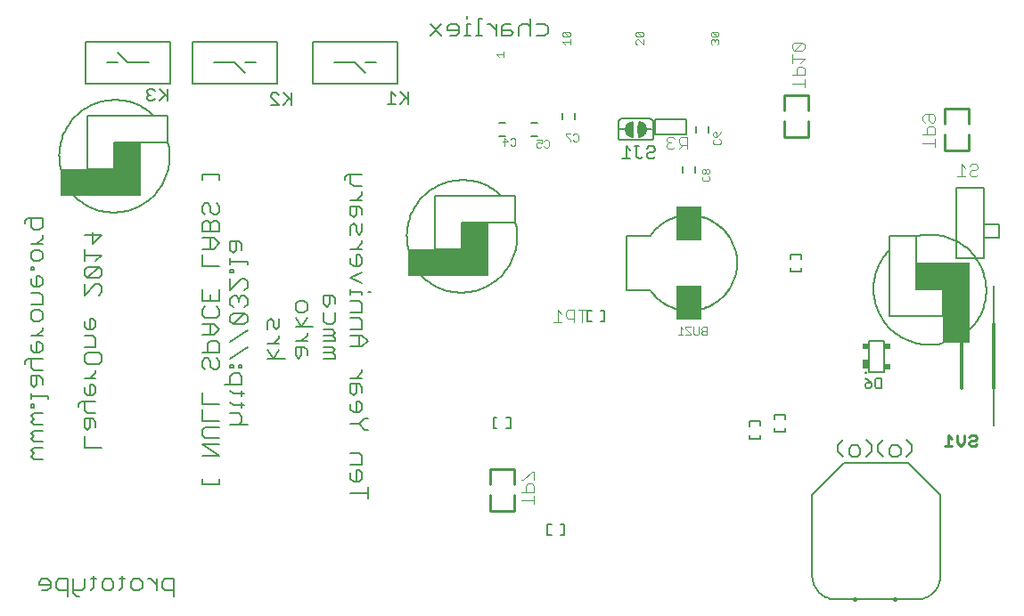
<source format=gbo>
G75*
%MOIN*%
%OFA0B0*%
%FSLAX24Y24*%
%IPPOS*%
%LPD*%
%AMOC8*
5,1,8,0,0,1.08239X$1,22.5*
%
%ADD10C,0.0060*%
%ADD11C,0.0160*%
%ADD12C,0.0050*%
%ADD13C,0.0040*%
%ADD14C,0.0100*%
%ADD15C,0.0118*%
%ADD16C,0.0090*%
%ADD17C,0.0030*%
%ADD18C,0.0020*%
%ADD19C,0.0080*%
%ADD20R,0.0945X0.1260*%
%ADD21R,0.1000X0.3000*%
%ADD22R,0.1000X0.1000*%
%ADD23R,0.0256X0.0189*%
%ADD24R,0.0256X0.0350*%
%ADD25R,0.3000X0.1000*%
D10*
X001283Y001051D02*
X001496Y001051D01*
X001603Y001158D01*
X001603Y001371D01*
X001496Y001478D01*
X001283Y001478D01*
X001176Y001371D01*
X001176Y001264D01*
X001603Y001264D01*
X001820Y001371D02*
X001820Y001158D01*
X001927Y001051D01*
X002247Y001051D01*
X002247Y000837D02*
X002247Y001478D01*
X001927Y001478D01*
X001820Y001371D01*
X002465Y001478D02*
X002465Y000944D01*
X002572Y000837D01*
X002679Y000837D01*
X002785Y001051D02*
X002465Y001051D01*
X002785Y001051D02*
X002892Y001158D01*
X002892Y001478D01*
X003108Y001478D02*
X003322Y001478D01*
X003215Y001585D02*
X003215Y001158D01*
X003108Y001051D01*
X003539Y001158D02*
X003539Y001371D01*
X003646Y001478D01*
X003860Y001478D01*
X003966Y001371D01*
X003966Y001158D01*
X003860Y001051D01*
X003646Y001051D01*
X003539Y001158D01*
X004182Y001051D02*
X004289Y001158D01*
X004289Y001585D01*
X004396Y001478D02*
X004182Y001478D01*
X004613Y001371D02*
X004720Y001478D01*
X004934Y001478D01*
X005041Y001371D01*
X005041Y001158D01*
X004934Y001051D01*
X004720Y001051D01*
X004613Y001158D01*
X004613Y001371D01*
X005257Y001478D02*
X005364Y001478D01*
X005578Y001264D01*
X005578Y001051D02*
X005578Y001478D01*
X005795Y001371D02*
X005795Y001158D01*
X005902Y001051D01*
X006222Y001051D01*
X006222Y000837D02*
X006222Y001478D01*
X005902Y001478D01*
X005795Y001371D01*
X007280Y005023D02*
X007921Y005023D01*
X007921Y005237D01*
X007280Y005237D02*
X007280Y005023D01*
X007280Y006097D02*
X007921Y006097D01*
X007280Y006525D01*
X007921Y006525D01*
X007921Y006742D02*
X007387Y006742D01*
X007280Y006849D01*
X007280Y007062D01*
X007387Y007169D01*
X007921Y007169D01*
X007921Y007387D02*
X007280Y007387D01*
X007280Y007814D01*
X007280Y008031D02*
X007280Y008458D01*
X007280Y008031D02*
X007921Y008031D01*
X008330Y008108D02*
X008437Y008001D01*
X008864Y008001D01*
X008757Y007894D02*
X008757Y008108D01*
X008757Y008324D02*
X008757Y008538D01*
X008864Y008431D02*
X008437Y008431D01*
X008330Y008538D01*
X008330Y008754D02*
X008330Y009074D01*
X008437Y009181D01*
X008650Y009181D01*
X008757Y009074D01*
X008757Y008754D01*
X008116Y008754D01*
X007814Y009320D02*
X007707Y009320D01*
X007600Y009427D01*
X007600Y009641D01*
X007494Y009747D01*
X007387Y009747D01*
X007280Y009641D01*
X007280Y009427D01*
X007387Y009320D01*
X007814Y009320D02*
X007921Y009427D01*
X007921Y009641D01*
X007814Y009747D01*
X007921Y009965D02*
X007921Y010285D01*
X007814Y010392D01*
X007600Y010392D01*
X007494Y010285D01*
X007494Y009965D01*
X007280Y009965D02*
X007921Y009965D01*
X008330Y009721D02*
X008971Y010148D01*
X008971Y010792D02*
X008330Y010365D01*
X007921Y010823D02*
X007707Y010609D01*
X007280Y010609D01*
X007600Y010609D02*
X007600Y011036D01*
X007707Y011036D02*
X007921Y010823D01*
X007707Y011036D02*
X007280Y011036D01*
X007387Y011254D02*
X007280Y011361D01*
X007280Y011574D01*
X007387Y011681D01*
X007280Y011898D02*
X007280Y012325D01*
X007600Y012112D02*
X007600Y011898D01*
X007814Y011681D02*
X007921Y011574D01*
X007921Y011361D01*
X007814Y011254D01*
X007387Y011254D01*
X008330Y011330D02*
X008330Y011117D01*
X008437Y011010D01*
X008864Y011437D01*
X008437Y011437D01*
X008330Y011330D01*
X008437Y011654D02*
X008330Y011761D01*
X008330Y011975D01*
X008437Y012081D01*
X008544Y012081D01*
X008650Y011975D01*
X008650Y011868D01*
X008650Y011975D02*
X008757Y012081D01*
X008864Y012081D01*
X008971Y011975D01*
X008971Y011761D01*
X008864Y011654D01*
X008864Y011437D02*
X008971Y011330D01*
X008971Y011117D01*
X008864Y011010D01*
X008437Y011010D01*
X007921Y011898D02*
X007280Y011898D01*
X007921Y011898D02*
X007921Y012325D01*
X008330Y012299D02*
X008757Y012726D01*
X008864Y012726D01*
X008971Y012619D01*
X008971Y012406D01*
X008864Y012299D01*
X008330Y012299D02*
X008330Y012726D01*
X008330Y012943D02*
X008330Y013050D01*
X008437Y013050D01*
X008437Y012943D01*
X008330Y012943D01*
X008330Y013266D02*
X008330Y013479D01*
X008330Y013372D02*
X008971Y013372D01*
X008971Y013266D01*
X008757Y013802D02*
X008757Y014016D01*
X008650Y014122D01*
X008330Y014122D01*
X008330Y013802D01*
X008437Y013695D01*
X008544Y013802D01*
X008544Y014122D01*
X007921Y014046D02*
X007707Y013832D01*
X007280Y013832D01*
X007280Y013615D02*
X007280Y013188D01*
X007921Y013188D01*
X007600Y013832D02*
X007600Y014259D01*
X007707Y014259D02*
X007921Y014046D01*
X007707Y014259D02*
X007280Y014259D01*
X007280Y014477D02*
X007280Y014797D01*
X007387Y014904D01*
X007494Y014904D01*
X007600Y014797D01*
X007600Y014477D01*
X007280Y014477D02*
X007921Y014477D01*
X007921Y014797D01*
X007814Y014904D01*
X007707Y014904D01*
X007600Y014797D01*
X007707Y015121D02*
X007600Y015228D01*
X007600Y015441D01*
X007494Y015548D01*
X007387Y015548D01*
X007280Y015441D01*
X007280Y015228D01*
X007387Y015121D01*
X007707Y015121D02*
X007814Y015121D01*
X007921Y015228D01*
X007921Y015441D01*
X007814Y015548D01*
X007921Y016410D02*
X007921Y016624D01*
X007280Y016624D01*
X007280Y016410D01*
X003512Y014356D02*
X003191Y014035D01*
X003191Y014462D01*
X002871Y014356D02*
X003512Y014356D01*
X003512Y013604D02*
X002871Y013604D01*
X002871Y013391D02*
X002871Y013818D01*
X003298Y013391D02*
X003512Y013604D01*
X003405Y013173D02*
X002978Y013173D01*
X002871Y013067D01*
X002871Y012853D01*
X002978Y012746D01*
X003405Y013173D01*
X003512Y013067D01*
X003512Y012853D01*
X003405Y012746D01*
X002978Y012746D01*
X002871Y012529D02*
X002871Y012102D01*
X003298Y012529D01*
X003405Y012529D01*
X003512Y012422D01*
X003512Y012209D01*
X003405Y012102D01*
X003191Y011240D02*
X003085Y011240D01*
X003085Y010813D01*
X003191Y010813D02*
X003298Y010919D01*
X003298Y011133D01*
X003191Y011240D01*
X002871Y011133D02*
X002871Y010919D01*
X002978Y010813D01*
X003191Y010813D01*
X003191Y010595D02*
X002871Y010595D01*
X003191Y010595D02*
X003298Y010488D01*
X003298Y010168D01*
X002871Y010168D01*
X002978Y009951D02*
X003405Y009951D01*
X003512Y009844D01*
X003512Y009630D01*
X003405Y009524D01*
X002978Y009524D01*
X002871Y009630D01*
X002871Y009844D01*
X002978Y009951D01*
X003298Y009307D02*
X003298Y009200D01*
X003085Y008986D01*
X003298Y008986D02*
X002871Y008986D01*
X003085Y008769D02*
X003085Y008342D01*
X003191Y008342D02*
X003298Y008449D01*
X003298Y008662D01*
X003191Y008769D01*
X003085Y008769D01*
X002871Y008662D02*
X002871Y008449D01*
X002978Y008342D01*
X003191Y008342D01*
X003298Y008124D02*
X002764Y008124D01*
X002658Y008018D01*
X002658Y007911D01*
X002871Y007804D02*
X002978Y007697D01*
X003298Y007697D01*
X003191Y007480D02*
X002871Y007480D01*
X002871Y007160D01*
X002978Y007053D01*
X003085Y007160D01*
X003085Y007480D01*
X003191Y007480D02*
X003298Y007373D01*
X003298Y007160D01*
X002871Y006835D02*
X002871Y006408D01*
X003512Y006408D01*
X002871Y007804D02*
X002871Y008124D01*
X001516Y008224D02*
X001516Y008331D01*
X000875Y008331D01*
X000875Y008224D02*
X000875Y008438D01*
X000982Y008654D02*
X001089Y008761D01*
X001089Y009081D01*
X001196Y009081D02*
X000875Y009081D01*
X000875Y008761D01*
X000982Y008654D01*
X001303Y008761D02*
X001303Y008974D01*
X001196Y009081D01*
X001303Y009298D02*
X000982Y009298D01*
X000875Y009405D01*
X000875Y009725D01*
X000769Y009725D02*
X000662Y009619D01*
X000662Y009512D01*
X000769Y009725D02*
X001303Y009725D01*
X001196Y009943D02*
X000982Y009943D01*
X000875Y010050D01*
X000875Y010263D01*
X001089Y010370D02*
X001089Y009943D01*
X001196Y009943D02*
X001303Y010050D01*
X001303Y010263D01*
X001196Y010370D01*
X001089Y010370D01*
X001089Y010587D02*
X001303Y010801D01*
X001303Y010908D01*
X001196Y011125D02*
X000982Y011125D01*
X000875Y011231D01*
X000875Y011445D01*
X000982Y011552D01*
X001196Y011552D01*
X001303Y011445D01*
X001303Y011231D01*
X001196Y011125D01*
X001303Y010587D02*
X000875Y010587D01*
X000875Y011769D02*
X001303Y011769D01*
X001303Y012089D01*
X001196Y012196D01*
X000875Y012196D01*
X000982Y012414D02*
X001196Y012414D01*
X001303Y012520D01*
X001303Y012734D01*
X001196Y012841D01*
X001089Y012841D01*
X001089Y012414D01*
X000982Y012414D02*
X000875Y012520D01*
X000875Y012734D01*
X000875Y013058D02*
X000875Y013165D01*
X000982Y013165D01*
X000982Y013058D01*
X000875Y013058D01*
X000982Y013380D02*
X000875Y013487D01*
X000875Y013701D01*
X000982Y013808D01*
X001196Y013808D01*
X001303Y013701D01*
X001303Y013487D01*
X001196Y013380D01*
X000982Y013380D01*
X000875Y014025D02*
X001303Y014025D01*
X001303Y014239D02*
X001303Y014345D01*
X001303Y014239D02*
X001089Y014025D01*
X001196Y014562D02*
X000982Y014562D01*
X000875Y014669D01*
X000875Y014989D01*
X000769Y014989D02*
X001303Y014989D01*
X001303Y014669D01*
X001196Y014562D01*
X000662Y014776D02*
X000662Y014882D01*
X000769Y014989D01*
X008330Y009505D02*
X008330Y009398D01*
X008437Y009398D01*
X008437Y009505D01*
X008330Y009505D01*
X008650Y009505D02*
X008650Y009398D01*
X008757Y009398D01*
X008757Y009505D01*
X008650Y009505D01*
X009731Y009740D02*
X010372Y009740D01*
X010158Y010060D02*
X009945Y009740D01*
X009731Y010060D01*
X009731Y010277D02*
X010158Y010277D01*
X009945Y010277D02*
X010158Y010491D01*
X010158Y010597D01*
X010051Y010814D02*
X009945Y010921D01*
X009945Y011134D01*
X009838Y011241D01*
X009731Y011134D01*
X009731Y010814D01*
X010051Y010814D02*
X010158Y010921D01*
X010158Y011241D01*
X010781Y011242D02*
X010995Y010922D01*
X011208Y011242D01*
X011101Y011459D02*
X010888Y011459D01*
X010781Y011565D01*
X010781Y011779D01*
X010888Y011886D01*
X011101Y011886D01*
X011208Y011779D01*
X011208Y011565D01*
X011101Y011459D01*
X010781Y010922D02*
X011422Y010922D01*
X011208Y010705D02*
X011208Y010598D01*
X010995Y010384D01*
X011208Y010384D02*
X010781Y010384D01*
X010781Y010167D02*
X010781Y009847D01*
X010888Y009740D01*
X010995Y009847D01*
X010995Y010167D01*
X011101Y010167D02*
X010781Y010167D01*
X011101Y010167D02*
X011208Y010060D01*
X011208Y009847D01*
X011831Y009953D02*
X012151Y009953D01*
X012258Y010060D01*
X012151Y010167D01*
X011831Y010167D01*
X011831Y010384D02*
X012258Y010384D01*
X012258Y010491D01*
X012151Y010598D01*
X012258Y010705D01*
X012151Y010811D01*
X011831Y010811D01*
X011831Y010598D02*
X012151Y010598D01*
X012151Y011029D02*
X011938Y011029D01*
X011831Y011136D01*
X011831Y011456D01*
X011938Y011674D02*
X012045Y011780D01*
X012045Y012101D01*
X012151Y012101D02*
X011831Y012101D01*
X011831Y011780D01*
X011938Y011674D01*
X012258Y011780D02*
X012258Y011994D01*
X012151Y012101D01*
X012830Y012113D02*
X012830Y012327D01*
X012830Y012220D02*
X013257Y012220D01*
X013257Y012113D01*
X013471Y012220D02*
X013577Y012220D01*
X013257Y012543D02*
X012830Y012756D01*
X013257Y012970D01*
X013150Y013188D02*
X012937Y013188D01*
X012830Y013294D01*
X012830Y013508D01*
X013044Y013615D02*
X013044Y013188D01*
X013150Y013188D02*
X013257Y013294D01*
X013257Y013508D01*
X013150Y013615D01*
X013044Y013615D01*
X013044Y013832D02*
X013257Y014046D01*
X013257Y014152D01*
X013150Y014369D02*
X013044Y014476D01*
X013044Y014689D01*
X012937Y014796D01*
X012830Y014689D01*
X012830Y014369D01*
X013150Y014369D02*
X013257Y014476D01*
X013257Y014796D01*
X013257Y015121D02*
X013257Y015334D01*
X013150Y015441D01*
X012830Y015441D01*
X012830Y015121D01*
X012937Y015014D01*
X013044Y015121D01*
X013044Y015441D01*
X013044Y015658D02*
X013257Y015872D01*
X013257Y015979D01*
X013257Y016195D02*
X012937Y016195D01*
X012830Y016302D01*
X012830Y016622D01*
X012723Y016622D02*
X012616Y016516D01*
X012616Y016409D01*
X012723Y016622D02*
X013257Y016622D01*
X013257Y015658D02*
X012830Y015658D01*
X012830Y013832D02*
X013257Y013832D01*
X013150Y011896D02*
X012830Y011896D01*
X013150Y011896D02*
X013257Y011789D01*
X013257Y011469D01*
X012830Y011469D01*
X012830Y011251D02*
X013150Y011251D01*
X013257Y011144D01*
X013257Y010824D01*
X012830Y010824D01*
X012830Y010607D02*
X013257Y010607D01*
X013471Y010393D01*
X013257Y010180D01*
X012830Y010180D01*
X013150Y010180D02*
X013150Y010607D01*
X012258Y011136D02*
X012258Y011456D01*
X012258Y011136D02*
X012151Y011029D01*
X012151Y009953D02*
X012258Y009847D01*
X012258Y009740D01*
X011831Y009740D01*
X012830Y008998D02*
X013257Y008998D01*
X013257Y009211D02*
X013257Y009318D01*
X013257Y009211D02*
X013044Y008998D01*
X013044Y008780D02*
X013044Y008460D01*
X012937Y008353D01*
X012830Y008460D01*
X012830Y008780D01*
X013150Y008780D01*
X013257Y008674D01*
X013257Y008460D01*
X013150Y008136D02*
X013044Y008136D01*
X013044Y007709D01*
X013150Y007709D02*
X012937Y007709D01*
X012830Y007816D01*
X012830Y008029D01*
X013150Y008136D02*
X013257Y008029D01*
X013257Y007816D01*
X013150Y007709D01*
X013364Y007491D02*
X013471Y007491D01*
X013364Y007491D02*
X013150Y007278D01*
X012830Y007278D01*
X013150Y007278D02*
X013364Y007064D01*
X013471Y007064D01*
X013150Y006202D02*
X012830Y006202D01*
X013150Y006202D02*
X013257Y006095D01*
X013257Y005775D01*
X012830Y005775D01*
X013044Y005558D02*
X013044Y005131D01*
X013150Y005131D02*
X012937Y005131D01*
X012830Y005237D01*
X012830Y005451D01*
X013044Y005558D02*
X013150Y005558D01*
X013257Y005451D01*
X013257Y005237D01*
X013150Y005131D01*
X013471Y004913D02*
X013471Y004486D01*
X013471Y004700D02*
X012830Y004700D01*
X008971Y007250D02*
X008330Y007250D01*
X008650Y007250D02*
X008757Y007357D01*
X008757Y007570D01*
X008650Y007677D01*
X008330Y007677D01*
X001303Y007684D02*
X000982Y007684D01*
X000875Y007578D01*
X000982Y007471D01*
X000875Y007364D01*
X000982Y007257D01*
X001303Y007257D01*
X001303Y007040D02*
X000982Y007040D01*
X000875Y006933D01*
X000982Y006826D01*
X000875Y006719D01*
X000982Y006613D01*
X001303Y006613D01*
X001303Y006395D02*
X000982Y006395D01*
X000875Y006288D01*
X000982Y006182D01*
X000875Y006075D01*
X000982Y005968D01*
X001303Y005968D01*
X000982Y007902D02*
X000982Y008009D01*
X000875Y008009D01*
X000875Y007902D01*
X000982Y007902D01*
X018382Y018074D02*
X018618Y018074D01*
X018618Y018546D02*
X018382Y018546D01*
X019582Y018546D02*
X019818Y018546D01*
X019818Y018074D02*
X019582Y018074D01*
X020764Y018692D02*
X020764Y018928D01*
X021236Y018928D02*
X021236Y018692D01*
X022850Y018610D02*
X022850Y018010D01*
X022852Y017993D01*
X022856Y017976D01*
X022863Y017960D01*
X022873Y017946D01*
X022886Y017933D01*
X022900Y017923D01*
X022916Y017916D01*
X022933Y017912D01*
X022950Y017910D01*
X024050Y017910D01*
X024067Y017912D01*
X024084Y017916D01*
X024100Y017923D01*
X024114Y017933D01*
X024127Y017946D01*
X024137Y017960D01*
X024144Y017976D01*
X024148Y017993D01*
X024150Y018010D01*
X024150Y018610D01*
X024148Y018627D01*
X024144Y018644D01*
X024137Y018660D01*
X024127Y018674D01*
X024114Y018687D01*
X024100Y018697D01*
X024084Y018704D01*
X024067Y018708D01*
X024050Y018710D01*
X022950Y018710D01*
X022933Y018708D01*
X022916Y018704D01*
X022900Y018697D01*
X022886Y018687D01*
X022873Y018674D01*
X022863Y018660D01*
X022856Y018644D01*
X022852Y018627D01*
X022850Y018610D01*
X022900Y018310D02*
X023100Y018310D01*
X023900Y018310D02*
X024100Y018310D01*
X025764Y018428D02*
X025764Y018192D01*
X026236Y018192D02*
X026236Y018428D01*
X025736Y016928D02*
X025736Y016692D01*
X025264Y016692D02*
X025264Y016928D01*
X024043Y014334D02*
X023138Y014334D01*
X023138Y012286D01*
X024043Y012286D01*
X023138Y012286D01*
X023138Y014334D01*
X024043Y014334D01*
X024044Y014334D02*
X024090Y014399D01*
X024139Y014461D01*
X024191Y014521D01*
X024246Y014579D01*
X024303Y014634D01*
X024362Y014687D01*
X024424Y014737D01*
X024488Y014784D01*
X024554Y014828D01*
X024622Y014870D01*
X024691Y014908D01*
X024763Y014943D01*
X024836Y014975D01*
X024910Y015003D01*
X024043Y012286D02*
X024094Y012217D01*
X024148Y012151D01*
X024205Y012087D01*
X024265Y012026D01*
X024327Y011968D01*
X024392Y011913D01*
X024460Y011860D01*
X024530Y011811D01*
X024602Y011766D01*
X024676Y011723D01*
X024752Y011684D01*
X024830Y011649D01*
X024909Y011617D01*
X024043Y012286D02*
X024092Y012219D01*
X024145Y012154D01*
X024201Y012091D01*
X024259Y012032D01*
X024320Y011975D01*
X024384Y011921D01*
X024451Y011870D01*
X024519Y011822D01*
X024590Y011777D01*
X024663Y011736D01*
X024738Y011698D01*
X024814Y011664D01*
X024892Y011634D01*
X024971Y011607D01*
X025051Y011584D01*
X025133Y011564D01*
X025215Y011549D01*
X025298Y011537D01*
X025381Y011529D01*
X025465Y011525D01*
X025548Y011526D01*
X025632Y011530D01*
X025715Y011537D01*
X025798Y011549D01*
X025880Y011565D01*
X025961Y011584D01*
X026042Y011608D01*
X026121Y011635D01*
X026199Y011665D01*
X026275Y011700D01*
X026350Y011737D01*
X026422Y011779D01*
X026493Y011823D01*
X026562Y011871D01*
X026628Y011922D01*
X026692Y011977D01*
X026753Y012034D01*
X026811Y012093D01*
X026867Y012156D01*
X026919Y012221D01*
X026969Y012289D01*
X027015Y012358D01*
X027058Y012430D01*
X027098Y012504D01*
X027134Y012579D01*
X027166Y012656D01*
X027195Y012735D01*
X027220Y012815D01*
X027241Y012896D01*
X027259Y012977D01*
X027272Y013060D01*
X027282Y013143D01*
X027288Y013226D01*
X027290Y013310D01*
X027288Y013394D01*
X027282Y013477D01*
X027272Y013560D01*
X027259Y013643D01*
X027241Y013724D01*
X027220Y013805D01*
X027195Y013885D01*
X027166Y013964D01*
X027134Y014041D01*
X027098Y014116D01*
X027058Y014190D01*
X027015Y014262D01*
X026969Y014331D01*
X026919Y014399D01*
X026867Y014464D01*
X026811Y014527D01*
X026753Y014586D01*
X026692Y014643D01*
X026628Y014698D01*
X026562Y014749D01*
X026493Y014797D01*
X026422Y014841D01*
X026350Y014883D01*
X026275Y014920D01*
X026199Y014955D01*
X026121Y014985D01*
X026042Y015012D01*
X025961Y015036D01*
X025880Y015055D01*
X025798Y015071D01*
X025715Y015083D01*
X025632Y015090D01*
X025548Y015094D01*
X025465Y015095D01*
X025381Y015091D01*
X025298Y015083D01*
X025215Y015071D01*
X025133Y015056D01*
X025051Y015036D01*
X024971Y015013D01*
X024892Y014986D01*
X024814Y014956D01*
X024738Y014922D01*
X024663Y014884D01*
X024590Y014843D01*
X024519Y014798D01*
X024451Y014750D01*
X024384Y014699D01*
X024320Y014645D01*
X024259Y014588D01*
X024201Y014529D01*
X024145Y014466D01*
X024092Y014401D01*
X024043Y014334D01*
X026051Y015003D02*
X026129Y014976D01*
X026207Y014945D01*
X026283Y014911D01*
X026357Y014874D01*
X026429Y014833D01*
X026500Y014788D01*
X026568Y014741D01*
X026634Y014690D01*
X026697Y014636D01*
X026758Y014579D01*
X026816Y014520D01*
X026871Y014458D01*
X026923Y014393D01*
X026973Y014326D01*
X027019Y014256D01*
X027061Y014185D01*
X027101Y014112D01*
X027136Y014037D01*
X027169Y013960D01*
X027197Y013882D01*
X027222Y013803D01*
X027243Y013722D01*
X027261Y013641D01*
X027274Y013559D01*
X027284Y013476D01*
X027290Y013393D01*
X027292Y013310D01*
X027290Y013227D01*
X027284Y013144D01*
X027274Y013061D01*
X027261Y012979D01*
X027243Y012898D01*
X027222Y012817D01*
X027197Y012738D01*
X027169Y012660D01*
X027136Y012583D01*
X027101Y012508D01*
X027061Y012435D01*
X027019Y012364D01*
X026973Y012294D01*
X026923Y012227D01*
X026871Y012162D01*
X026816Y012100D01*
X026758Y012041D01*
X026697Y011984D01*
X026634Y011930D01*
X026568Y011879D01*
X026500Y011832D01*
X026429Y011787D01*
X026357Y011746D01*
X026283Y011709D01*
X026207Y011675D01*
X026129Y011644D01*
X026051Y011617D01*
X031044Y006478D02*
X031258Y006692D01*
X031044Y006478D02*
X031044Y006265D01*
X031258Y006051D01*
X031475Y006158D02*
X031475Y006371D01*
X031582Y006478D01*
X031796Y006478D01*
X031902Y006371D01*
X031902Y006158D01*
X031796Y006051D01*
X031582Y006051D01*
X031475Y006158D01*
X032119Y006051D02*
X032332Y006265D01*
X032332Y006478D01*
X032119Y006692D01*
X032548Y006478D02*
X032762Y006692D01*
X032548Y006478D02*
X032548Y006265D01*
X032762Y006051D01*
X032979Y006158D02*
X032979Y006371D01*
X033086Y006478D01*
X033300Y006478D01*
X033406Y006371D01*
X033406Y006158D01*
X033300Y006051D01*
X033086Y006051D01*
X032979Y006158D01*
X033622Y006051D02*
X033836Y006265D01*
X033836Y006478D01*
X033622Y006692D01*
X020101Y021824D02*
X019781Y021824D01*
X019563Y021824D02*
X019563Y022465D01*
X019457Y022252D02*
X019243Y022252D01*
X019136Y022145D01*
X019136Y021824D01*
X018919Y021931D02*
X018812Y022038D01*
X018492Y022038D01*
X018492Y022145D02*
X018492Y021824D01*
X018812Y021824D01*
X018919Y021931D01*
X018812Y022252D02*
X018598Y022252D01*
X018492Y022145D01*
X018274Y022252D02*
X018274Y021824D01*
X018274Y022038D02*
X018061Y022252D01*
X017954Y022252D01*
X017737Y022465D02*
X017630Y022465D01*
X017630Y021824D01*
X017524Y021824D02*
X017737Y021824D01*
X017307Y021824D02*
X017094Y021824D01*
X017201Y021824D02*
X017201Y022252D01*
X017307Y022252D01*
X017201Y022465D02*
X017201Y022572D01*
X016878Y022145D02*
X016771Y022252D01*
X016557Y022252D01*
X016451Y022145D01*
X016451Y022038D01*
X016878Y022038D01*
X016878Y021931D02*
X016878Y022145D01*
X016878Y021931D02*
X016771Y021824D01*
X016557Y021824D01*
X016233Y021824D02*
X015806Y022252D01*
X016233Y022252D02*
X015806Y021824D01*
X019457Y022252D02*
X019563Y022145D01*
X019781Y022252D02*
X020101Y022252D01*
X020208Y022145D01*
X020208Y021931D01*
X020101Y021824D01*
D11*
X031685Y000728D02*
X031685Y000721D01*
X033185Y000721D02*
X033185Y000728D01*
D12*
X034000Y000710D02*
X031000Y000710D01*
X030941Y000712D01*
X030883Y000718D01*
X030824Y000727D01*
X030767Y000741D01*
X030711Y000758D01*
X030656Y000779D01*
X030602Y000803D01*
X030550Y000831D01*
X030500Y000862D01*
X030452Y000896D01*
X030407Y000933D01*
X030364Y000974D01*
X030323Y001017D01*
X030286Y001062D01*
X030252Y001110D01*
X030221Y001160D01*
X030193Y001212D01*
X030169Y001266D01*
X030148Y001321D01*
X030131Y001377D01*
X030117Y001434D01*
X030108Y001493D01*
X030102Y001551D01*
X030100Y001610D01*
X030100Y004610D01*
X031300Y005810D01*
X033700Y005810D01*
X034900Y004610D01*
X034900Y001610D01*
X034898Y001551D01*
X034892Y001493D01*
X034883Y001434D01*
X034869Y001377D01*
X034852Y001321D01*
X034831Y001266D01*
X034807Y001212D01*
X034779Y001160D01*
X034748Y001110D01*
X034714Y001062D01*
X034677Y001017D01*
X034636Y000974D01*
X034593Y000933D01*
X034548Y000896D01*
X034500Y000862D01*
X034450Y000831D01*
X034398Y000803D01*
X034344Y000779D01*
X034289Y000758D01*
X034233Y000741D01*
X034176Y000727D01*
X034117Y000718D01*
X034059Y000712D01*
X034000Y000710D01*
X028150Y006731D02*
X027750Y006731D01*
X027750Y006860D01*
X027750Y007206D02*
X027750Y007381D01*
X028150Y007381D01*
X028150Y007215D01*
X028150Y006860D02*
X028150Y006731D01*
X028700Y006981D02*
X029100Y006981D01*
X029100Y007110D01*
X029100Y007465D02*
X029100Y007631D01*
X028700Y007631D01*
X028700Y007456D01*
X028700Y007110D02*
X028700Y006981D01*
X032073Y008693D02*
X032132Y008635D01*
X032248Y008635D01*
X032307Y008693D01*
X032307Y008810D01*
X032132Y008810D01*
X032073Y008752D01*
X032073Y008693D01*
X032190Y008927D02*
X032307Y008810D01*
X032190Y008927D02*
X032073Y008985D01*
X032086Y009219D02*
X032088Y009227D01*
X032093Y009234D01*
X032100Y009238D01*
X032108Y009239D01*
X032116Y009236D01*
X032122Y009231D01*
X032126Y009223D01*
X032126Y009215D01*
X032122Y009207D01*
X032116Y009202D01*
X032108Y009199D01*
X032100Y009200D01*
X032093Y009204D01*
X032088Y009211D01*
X032086Y009219D01*
X032224Y009219D02*
X032776Y009219D01*
X032776Y009259D01*
X032776Y009219D02*
X032224Y009219D01*
X032224Y009259D01*
X032224Y009219D02*
X032224Y010401D01*
X032224Y010361D01*
X032224Y010401D02*
X032776Y010401D01*
X032776Y010361D01*
X032776Y010401D02*
X032224Y010401D01*
X032224Y010007D02*
X032224Y009771D01*
X032776Y009613D02*
X032776Y010007D01*
X032776Y010401D02*
X032776Y009219D01*
X032675Y008985D02*
X032500Y008985D01*
X032441Y008927D01*
X032441Y008693D01*
X032500Y008635D01*
X032675Y008635D01*
X032675Y008985D01*
X036882Y008637D02*
X036882Y007219D01*
X036882Y011038D02*
X036882Y012456D01*
X036512Y013491D02*
X035488Y013491D01*
X035488Y016129D01*
X036512Y016129D01*
X036512Y014771D01*
X037102Y014771D01*
X037102Y014259D01*
X036512Y014259D01*
X036512Y013491D01*
X036512Y014259D02*
X036512Y014771D01*
X029700Y013631D02*
X029700Y013465D01*
X029700Y013631D02*
X029300Y013631D01*
X029300Y013456D01*
X029300Y013110D02*
X029300Y012981D01*
X029700Y012981D01*
X029700Y013110D01*
X024217Y017304D02*
X024142Y017229D01*
X023992Y017229D01*
X023917Y017304D01*
X023917Y017379D01*
X023992Y017454D01*
X024142Y017454D01*
X024217Y017529D01*
X024217Y017604D01*
X024142Y017679D01*
X023992Y017679D01*
X023917Y017604D01*
X023606Y017679D02*
X023456Y017679D01*
X023531Y017679D02*
X023531Y017304D01*
X023606Y017229D01*
X023682Y017229D01*
X023757Y017304D01*
X023296Y017229D02*
X022996Y017229D01*
X023146Y017229D02*
X023146Y017679D01*
X023296Y017529D01*
X023376Y018583D02*
X023399Y018310D01*
X023399Y018310D01*
X023376Y018037D01*
X023375Y018036D01*
X023343Y018041D01*
X023311Y018050D01*
X023281Y018062D01*
X023253Y018078D01*
X023226Y018097D01*
X023202Y018119D01*
X023181Y018143D01*
X023163Y018170D01*
X023148Y018199D01*
X023137Y018230D01*
X023129Y018261D01*
X023125Y018294D01*
X023125Y018326D01*
X023129Y018359D01*
X023137Y018390D01*
X023148Y018421D01*
X023163Y018450D01*
X023181Y018477D01*
X023202Y018501D01*
X023226Y018523D01*
X023253Y018542D01*
X023281Y018558D01*
X023311Y018570D01*
X023343Y018579D01*
X023375Y018584D01*
X023375Y018537D01*
X023347Y018532D01*
X023319Y018523D01*
X023293Y018511D01*
X023268Y018496D01*
X023245Y018478D01*
X023225Y018457D01*
X023208Y018433D01*
X023194Y018408D01*
X023183Y018381D01*
X023176Y018353D01*
X023172Y018324D01*
X023172Y018296D01*
X023176Y018267D01*
X023183Y018239D01*
X023194Y018212D01*
X023208Y018187D01*
X023225Y018163D01*
X023245Y018142D01*
X023268Y018124D01*
X023293Y018109D01*
X023319Y018097D01*
X023347Y018088D01*
X023375Y018083D01*
X023375Y018131D01*
X023350Y018136D01*
X023325Y018145D01*
X023303Y018157D01*
X023282Y018173D01*
X023263Y018191D01*
X023248Y018212D01*
X023235Y018235D01*
X023226Y018259D01*
X023221Y018284D01*
X023219Y018310D01*
X023221Y018336D01*
X023226Y018361D01*
X023235Y018385D01*
X023248Y018408D01*
X023263Y018429D01*
X023282Y018447D01*
X023303Y018463D01*
X023325Y018475D01*
X023350Y018484D01*
X023375Y018489D01*
X023375Y018442D01*
X023354Y018436D01*
X023334Y018427D01*
X023316Y018415D01*
X023300Y018400D01*
X023287Y018382D01*
X023277Y018363D01*
X023270Y018342D01*
X023266Y018321D01*
X023266Y018299D01*
X023270Y018278D01*
X023277Y018257D01*
X023287Y018238D01*
X023300Y018220D01*
X023316Y018205D01*
X023334Y018193D01*
X023354Y018184D01*
X023375Y018178D01*
X023375Y018227D01*
X023359Y018233D01*
X023345Y018242D01*
X023333Y018255D01*
X023323Y018269D01*
X023317Y018285D01*
X023313Y018301D01*
X023313Y018319D01*
X023317Y018335D01*
X023323Y018351D01*
X023333Y018365D01*
X023345Y018378D01*
X023359Y018387D01*
X023375Y018393D01*
X023377Y018342D01*
X023369Y018335D01*
X023363Y018326D01*
X023360Y018315D01*
X023360Y018305D01*
X023363Y018294D01*
X023369Y018285D01*
X023377Y018278D01*
X023624Y018037D02*
X023601Y018310D01*
X023601Y018310D01*
X023624Y018583D01*
X023625Y018584D01*
X023657Y018579D01*
X023689Y018570D01*
X023719Y018558D01*
X023747Y018542D01*
X023774Y018523D01*
X023798Y018501D01*
X023819Y018477D01*
X023837Y018450D01*
X023852Y018421D01*
X023863Y018390D01*
X023871Y018359D01*
X023875Y018326D01*
X023875Y018294D01*
X023871Y018261D01*
X023863Y018230D01*
X023852Y018199D01*
X023837Y018170D01*
X023819Y018143D01*
X023798Y018119D01*
X023774Y018097D01*
X023747Y018078D01*
X023719Y018062D01*
X023689Y018050D01*
X023657Y018041D01*
X023625Y018036D01*
X023625Y018083D01*
X023653Y018088D01*
X023681Y018097D01*
X023707Y018109D01*
X023732Y018124D01*
X023755Y018142D01*
X023775Y018163D01*
X023792Y018187D01*
X023806Y018212D01*
X023817Y018239D01*
X023824Y018267D01*
X023828Y018296D01*
X023828Y018324D01*
X023824Y018353D01*
X023817Y018381D01*
X023806Y018408D01*
X023792Y018433D01*
X023775Y018457D01*
X023755Y018478D01*
X023732Y018496D01*
X023707Y018511D01*
X023681Y018523D01*
X023653Y018532D01*
X023625Y018537D01*
X023625Y018489D01*
X023650Y018484D01*
X023675Y018475D01*
X023697Y018463D01*
X023718Y018447D01*
X023737Y018429D01*
X023752Y018408D01*
X023765Y018385D01*
X023774Y018361D01*
X023779Y018336D01*
X023781Y018310D01*
X023779Y018284D01*
X023774Y018259D01*
X023765Y018235D01*
X023752Y018212D01*
X023737Y018191D01*
X023718Y018173D01*
X023697Y018157D01*
X023675Y018145D01*
X023650Y018136D01*
X023625Y018131D01*
X023625Y018178D01*
X023646Y018184D01*
X023666Y018193D01*
X023684Y018205D01*
X023700Y018220D01*
X023713Y018238D01*
X023723Y018257D01*
X023730Y018278D01*
X023734Y018299D01*
X023734Y018321D01*
X023730Y018342D01*
X023723Y018363D01*
X023713Y018382D01*
X023700Y018400D01*
X023684Y018415D01*
X023666Y018427D01*
X023646Y018436D01*
X023625Y018442D01*
X023625Y018393D01*
X023641Y018387D01*
X023655Y018378D01*
X023667Y018365D01*
X023677Y018351D01*
X023683Y018335D01*
X023687Y018319D01*
X023687Y018301D01*
X023683Y018285D01*
X023677Y018269D01*
X023667Y018255D01*
X023655Y018242D01*
X023641Y018233D01*
X023625Y018227D01*
X023623Y018278D01*
X023631Y018285D01*
X023637Y018294D01*
X023640Y018305D01*
X023640Y018315D01*
X023637Y018326D01*
X023631Y018335D01*
X023623Y018342D01*
X014976Y019267D02*
X014976Y019717D01*
X014901Y019492D02*
X014676Y019267D01*
X014516Y019267D02*
X014215Y019267D01*
X014366Y019267D02*
X014366Y019717D01*
X014516Y019567D01*
X014676Y019717D02*
X014976Y019417D01*
X014575Y020023D02*
X011425Y020023D01*
X011425Y021597D01*
X014575Y021597D01*
X014575Y020023D01*
X013787Y020810D02*
X013394Y020810D01*
X013000Y020810D02*
X013394Y020416D01*
X013000Y020810D02*
X012213Y020810D01*
X010603Y019680D02*
X010603Y019230D01*
X010603Y019380D02*
X010303Y019680D01*
X010143Y019605D02*
X010068Y019680D01*
X009918Y019680D01*
X009843Y019605D01*
X009843Y019530D01*
X010143Y019230D01*
X009843Y019230D01*
X010303Y019230D02*
X010528Y019455D01*
X010075Y020023D02*
X006925Y020023D01*
X006925Y021597D01*
X010075Y021597D01*
X010075Y020023D01*
X009287Y020810D02*
X008894Y020810D01*
X008500Y020810D02*
X008894Y020416D01*
X008500Y020810D02*
X007713Y020810D01*
X006075Y020023D02*
X002925Y020023D01*
X002925Y021597D01*
X006075Y021597D01*
X006075Y020023D01*
X005971Y019833D02*
X005971Y019382D01*
X005971Y019532D02*
X005671Y019833D01*
X005511Y019758D02*
X005436Y019833D01*
X005286Y019833D01*
X005211Y019758D01*
X005211Y019682D01*
X005286Y019607D01*
X005211Y019532D01*
X005211Y019457D01*
X005286Y019382D01*
X005436Y019382D01*
X005511Y019457D01*
X005671Y019382D02*
X005896Y019607D01*
X005361Y019607D02*
X005286Y019607D01*
X005287Y020810D02*
X004500Y020810D01*
X004106Y021204D01*
X004106Y020810D02*
X003713Y020810D01*
X021679Y011510D02*
X021679Y011110D01*
X021854Y011110D01*
X022200Y011110D02*
X022329Y011110D01*
X022329Y011510D01*
X022200Y011510D01*
X021845Y011510D02*
X021679Y011510D01*
X018821Y007510D02*
X018821Y007110D01*
X018655Y007110D01*
X018300Y007110D02*
X018171Y007110D01*
X018171Y007510D01*
X018300Y007510D01*
X018646Y007510D02*
X018821Y007510D01*
X020179Y003510D02*
X020179Y003110D01*
X020354Y003110D01*
X020700Y003110D02*
X020829Y003110D01*
X020829Y003510D01*
X020700Y003510D01*
X020345Y003510D02*
X020179Y003510D01*
D13*
X019683Y004278D02*
X019683Y004585D01*
X019683Y004738D02*
X019683Y004968D01*
X019606Y005045D01*
X019453Y005045D01*
X019376Y004968D01*
X019376Y004738D01*
X019223Y004738D02*
X019683Y004738D01*
X019683Y004431D02*
X019223Y004431D01*
X019223Y005198D02*
X019299Y005198D01*
X019606Y005505D01*
X019683Y005505D01*
X019683Y005198D01*
X020418Y011085D02*
X020725Y011085D01*
X020571Y011085D02*
X020571Y011546D01*
X020725Y011392D01*
X020878Y011316D02*
X020955Y011239D01*
X021185Y011239D01*
X021185Y011085D02*
X021185Y011546D01*
X020955Y011546D01*
X020878Y011469D01*
X020878Y011316D01*
X021339Y011546D02*
X021645Y011546D01*
X021492Y011546D02*
X021492Y011085D01*
X024727Y017581D02*
X024881Y017581D01*
X024958Y017658D01*
X025111Y017581D02*
X025265Y017734D01*
X025188Y017734D02*
X025418Y017734D01*
X025418Y017581D02*
X025418Y018041D01*
X025188Y018041D01*
X025111Y017965D01*
X025111Y017811D01*
X025188Y017734D01*
X024958Y017965D02*
X024881Y018041D01*
X024727Y018041D01*
X024651Y017965D01*
X024651Y017888D01*
X024727Y017811D01*
X024651Y017734D01*
X024651Y017658D01*
X024727Y017581D01*
X024727Y017811D02*
X024804Y017811D01*
X029351Y020040D02*
X029812Y020040D01*
X029812Y019887D02*
X029812Y020194D01*
X029812Y020347D02*
X029812Y020578D01*
X029735Y020654D01*
X029581Y020654D01*
X029505Y020578D01*
X029505Y020347D01*
X029351Y020347D02*
X029812Y020347D01*
X029658Y020808D02*
X029812Y020961D01*
X029351Y020961D01*
X029351Y020808D02*
X029351Y021115D01*
X029428Y021268D02*
X029735Y021575D01*
X029428Y021575D01*
X029351Y021498D01*
X029351Y021345D01*
X029428Y021268D01*
X029735Y021268D01*
X029812Y021345D01*
X029812Y021498D01*
X029735Y021575D01*
X034233Y018805D02*
X034233Y018652D01*
X034309Y018575D01*
X034463Y018652D02*
X034463Y018882D01*
X034616Y018882D02*
X034309Y018882D01*
X034233Y018805D01*
X034463Y018652D02*
X034540Y018575D01*
X034616Y018575D01*
X034693Y018652D01*
X034693Y018805D01*
X034616Y018882D01*
X034616Y018422D02*
X034463Y018422D01*
X034386Y018345D01*
X034386Y018115D01*
X034233Y018115D02*
X034693Y018115D01*
X034693Y018345D01*
X034616Y018422D01*
X034693Y017961D02*
X034693Y017654D01*
X034693Y017808D02*
X034233Y017808D01*
X035681Y017011D02*
X035681Y016551D01*
X035528Y016551D02*
X035835Y016551D01*
X035988Y016628D02*
X036065Y016551D01*
X036218Y016551D01*
X036295Y016628D01*
X036218Y016781D02*
X036065Y016781D01*
X035988Y016704D01*
X035988Y016628D01*
X035835Y016858D02*
X035681Y017011D01*
X035988Y016935D02*
X036065Y017011D01*
X036218Y017011D01*
X036295Y016935D01*
X036295Y016858D01*
X036218Y016781D01*
D14*
X035950Y017535D02*
X035050Y017535D01*
X035050Y018110D01*
X035050Y018510D02*
X035050Y019085D01*
X035950Y019085D01*
X035950Y018510D01*
X035950Y018110D02*
X035950Y017535D01*
X029950Y018035D02*
X029050Y018035D01*
X029050Y018610D01*
X029050Y019010D02*
X029050Y019585D01*
X029950Y019585D01*
X029950Y019010D01*
X029950Y018610D02*
X029950Y018035D01*
X018950Y005585D02*
X018050Y005585D01*
X018050Y005010D01*
X018050Y004610D02*
X018050Y004035D01*
X018950Y004035D01*
X018950Y004610D01*
X018950Y005010D02*
X018950Y005585D01*
D15*
X035701Y008637D02*
X035701Y011038D01*
X036882Y011038D02*
X036882Y008637D01*
D16*
X036173Y006852D02*
X036037Y006852D01*
X035968Y006784D01*
X036037Y006647D02*
X035968Y006579D01*
X035968Y006510D01*
X036037Y006442D01*
X036173Y006442D01*
X036242Y006510D01*
X036173Y006647D02*
X036037Y006647D01*
X036173Y006647D02*
X036242Y006716D01*
X036242Y006784D01*
X036173Y006852D01*
X035781Y006852D02*
X035781Y006579D01*
X035645Y006442D01*
X035508Y006579D01*
X035508Y006852D01*
X035321Y006716D02*
X035184Y006852D01*
X035184Y006442D01*
X035321Y006442D02*
X035047Y006442D01*
D17*
X026151Y010619D02*
X026006Y010619D01*
X025958Y010667D01*
X025958Y010715D01*
X026006Y010764D01*
X026151Y010764D01*
X026006Y010764D02*
X025958Y010812D01*
X025958Y010861D01*
X026006Y010909D01*
X026151Y010909D01*
X026151Y010619D01*
X025857Y010667D02*
X025857Y010909D01*
X025663Y010909D02*
X025663Y010667D01*
X025711Y010619D01*
X025808Y010619D01*
X025857Y010667D01*
X025562Y010667D02*
X025562Y010619D01*
X025368Y010619D01*
X025267Y010619D02*
X025074Y010619D01*
X025171Y010619D02*
X025171Y010909D01*
X025267Y010812D01*
X025368Y010861D02*
X025562Y010667D01*
X025562Y010909D02*
X025368Y010909D01*
X025368Y010861D01*
X018568Y021027D02*
X018568Y021220D01*
X018568Y021123D02*
X018277Y021123D01*
X018374Y021027D01*
X020758Y021584D02*
X021048Y021584D01*
X021048Y021487D02*
X021048Y021681D01*
X021000Y021782D02*
X020806Y021975D01*
X021000Y021975D01*
X021048Y021927D01*
X021048Y021830D01*
X021000Y021782D01*
X020806Y021782D01*
X020758Y021830D01*
X020758Y021927D01*
X020806Y021975D01*
X020758Y021584D02*
X020854Y021487D01*
X023494Y021536D02*
X023542Y021487D01*
X023494Y021536D02*
X023494Y021632D01*
X023542Y021681D01*
X023591Y021681D01*
X023784Y021487D01*
X023784Y021681D01*
X023736Y021782D02*
X023542Y021975D01*
X023736Y021975D01*
X023784Y021927D01*
X023784Y021830D01*
X023736Y021782D01*
X023542Y021782D01*
X023494Y021830D01*
X023494Y021927D01*
X023542Y021975D01*
X026309Y021927D02*
X026357Y021975D01*
X026551Y021782D01*
X026599Y021830D01*
X026599Y021927D01*
X026551Y021975D01*
X026357Y021975D01*
X026309Y021927D02*
X026309Y021830D01*
X026357Y021782D01*
X026551Y021782D01*
X026551Y021681D02*
X026599Y021632D01*
X026599Y021536D01*
X026551Y021487D01*
X026454Y021584D02*
X026454Y021632D01*
X026502Y021681D01*
X026551Y021681D01*
X026454Y021632D02*
X026406Y021681D01*
X026357Y021681D01*
X026309Y021632D01*
X026309Y021536D01*
X026357Y021487D01*
D18*
X026440Y018221D02*
X026487Y018221D01*
X026533Y018175D01*
X026533Y018034D01*
X026440Y018034D01*
X026393Y018081D01*
X026393Y018175D01*
X026440Y018221D01*
X026627Y018128D02*
X026533Y018034D01*
X026440Y017945D02*
X026393Y017898D01*
X026393Y017805D01*
X026440Y017758D01*
X026627Y017758D01*
X026673Y017805D01*
X026673Y017898D01*
X026627Y017945D01*
X026627Y018128D02*
X026673Y018221D01*
X026208Y016840D02*
X026161Y016840D01*
X026114Y016794D01*
X026114Y016700D01*
X026161Y016653D01*
X026208Y016653D01*
X026254Y016700D01*
X026254Y016794D01*
X026208Y016840D01*
X026114Y016794D02*
X026067Y016840D01*
X026021Y016840D01*
X025974Y016794D01*
X025974Y016700D01*
X026021Y016653D01*
X026067Y016653D01*
X026114Y016700D01*
X026021Y016564D02*
X025974Y016517D01*
X025974Y016424D01*
X026021Y016377D01*
X026208Y016377D01*
X026254Y016424D01*
X026254Y016517D01*
X026208Y016564D01*
X021338Y017921D02*
X021291Y017874D01*
X021198Y017874D01*
X021151Y017921D01*
X021061Y017921D02*
X020875Y018108D01*
X020875Y018155D01*
X021061Y018155D01*
X021151Y018108D02*
X021198Y018155D01*
X021291Y018155D01*
X021338Y018108D01*
X021338Y017921D01*
X021061Y017921D02*
X021061Y017874D01*
X020248Y017869D02*
X020248Y017682D01*
X020201Y017636D01*
X020108Y017636D01*
X020061Y017682D01*
X019971Y017682D02*
X019925Y017636D01*
X019831Y017636D01*
X019785Y017682D01*
X019785Y017776D01*
X019831Y017822D01*
X019878Y017822D01*
X019971Y017776D01*
X019971Y017916D01*
X019785Y017916D01*
X020061Y017869D02*
X020108Y017916D01*
X020201Y017916D01*
X020248Y017869D01*
X018997Y017936D02*
X018997Y017750D01*
X018951Y017703D01*
X018857Y017703D01*
X018811Y017750D01*
X018721Y017843D02*
X018534Y017843D01*
X018581Y017983D02*
X018721Y017843D01*
X018811Y017936D02*
X018857Y017983D01*
X018951Y017983D01*
X018997Y017936D01*
X018581Y017983D02*
X018581Y017703D01*
D19*
X018500Y015810D02*
X016000Y015810D01*
X016000Y013810D01*
X017000Y013810D01*
X017000Y014810D01*
X019000Y014810D01*
X019000Y015810D01*
X018500Y015810D01*
X018500Y015809D02*
X018434Y015872D01*
X018366Y015931D01*
X018295Y015988D01*
X018221Y016041D01*
X018146Y016091D01*
X018068Y016138D01*
X017989Y016182D01*
X017907Y016222D01*
X017824Y016258D01*
X017740Y016291D01*
X017654Y016320D01*
X017567Y016345D01*
X017479Y016367D01*
X017390Y016384D01*
X017300Y016398D01*
X017210Y016408D01*
X017120Y016414D01*
X017029Y016416D01*
X016939Y016414D01*
X016848Y016408D01*
X016758Y016399D01*
X016668Y016385D01*
X016580Y016368D01*
X016491Y016346D01*
X016404Y016321D01*
X016318Y016292D01*
X016234Y016260D01*
X016151Y016224D01*
X016069Y016184D01*
X015990Y016140D01*
X015912Y016094D01*
X015836Y016044D01*
X015763Y015991D01*
X015692Y015934D01*
X015623Y015875D01*
X015558Y015813D01*
X015494Y015748D01*
X015434Y015680D01*
X015377Y015609D01*
X015323Y015537D01*
X015272Y015462D01*
X015224Y015385D01*
X015180Y015306D01*
X015139Y015225D01*
X015102Y015142D01*
X015069Y015058D01*
X015039Y014972D01*
X015012Y014885D01*
X014990Y014798D01*
X014972Y014709D01*
X014957Y014619D01*
X014946Y014529D01*
X014939Y014439D01*
X014936Y014348D01*
X014937Y014258D01*
X014942Y014167D01*
X014951Y014077D01*
X014963Y013987D01*
X014980Y013898D01*
X015000Y013810D01*
X015500Y012811D02*
X015566Y012748D01*
X015634Y012689D01*
X015705Y012632D01*
X015779Y012579D01*
X015854Y012529D01*
X015932Y012482D01*
X016011Y012438D01*
X016093Y012398D01*
X016176Y012362D01*
X016260Y012329D01*
X016346Y012300D01*
X016433Y012275D01*
X016521Y012253D01*
X016610Y012236D01*
X016700Y012222D01*
X016790Y012212D01*
X016880Y012206D01*
X016971Y012204D01*
X017061Y012206D01*
X017152Y012212D01*
X017242Y012221D01*
X017332Y012235D01*
X017420Y012252D01*
X017509Y012274D01*
X017596Y012299D01*
X017682Y012328D01*
X017766Y012360D01*
X017849Y012396D01*
X017931Y012436D01*
X018010Y012480D01*
X018088Y012526D01*
X018164Y012576D01*
X018237Y012629D01*
X018308Y012686D01*
X018377Y012745D01*
X018442Y012807D01*
X018506Y012872D01*
X018566Y012940D01*
X018623Y013011D01*
X018677Y013083D01*
X018728Y013158D01*
X018776Y013235D01*
X018820Y013314D01*
X018861Y013395D01*
X018898Y013478D01*
X018931Y013562D01*
X018961Y013648D01*
X018988Y013735D01*
X019010Y013822D01*
X019028Y013911D01*
X019043Y014001D01*
X019054Y014091D01*
X019061Y014181D01*
X019064Y014272D01*
X019063Y014362D01*
X019058Y014453D01*
X019049Y014543D01*
X019037Y014633D01*
X019020Y014722D01*
X019000Y014810D01*
X024220Y018140D02*
X024220Y018680D01*
X025380Y018680D01*
X025380Y018140D01*
X024220Y018140D01*
X033000Y014310D02*
X033000Y013810D01*
X033000Y011310D01*
X035000Y011310D01*
X035000Y012310D01*
X034000Y012310D01*
X034000Y014310D01*
X033000Y014310D01*
X035488Y014810D02*
X035488Y015401D01*
X036512Y015873D02*
X036512Y013747D01*
X036118Y013491D02*
X035882Y013491D01*
X033001Y013810D02*
X032938Y013744D01*
X032879Y013676D01*
X032822Y013605D01*
X032769Y013531D01*
X032719Y013456D01*
X032672Y013378D01*
X032628Y013299D01*
X032588Y013217D01*
X032552Y013134D01*
X032519Y013050D01*
X032490Y012964D01*
X032465Y012877D01*
X032443Y012789D01*
X032426Y012700D01*
X032412Y012610D01*
X032402Y012520D01*
X032396Y012430D01*
X032394Y012339D01*
X032396Y012249D01*
X032402Y012158D01*
X032411Y012068D01*
X032425Y011978D01*
X032442Y011890D01*
X032464Y011801D01*
X032489Y011714D01*
X032518Y011628D01*
X032550Y011544D01*
X032586Y011461D01*
X032626Y011379D01*
X032670Y011300D01*
X032716Y011222D01*
X032766Y011146D01*
X032819Y011073D01*
X032876Y011002D01*
X032935Y010933D01*
X032997Y010868D01*
X033062Y010804D01*
X033130Y010744D01*
X033201Y010687D01*
X033273Y010633D01*
X033348Y010582D01*
X033425Y010534D01*
X033504Y010490D01*
X033585Y010449D01*
X033668Y010412D01*
X033752Y010379D01*
X033838Y010349D01*
X033925Y010322D01*
X034012Y010300D01*
X034101Y010282D01*
X034191Y010267D01*
X034281Y010256D01*
X034371Y010249D01*
X034462Y010246D01*
X034552Y010247D01*
X034643Y010252D01*
X034733Y010261D01*
X034823Y010273D01*
X034912Y010290D01*
X035000Y010310D01*
X035999Y010810D02*
X036062Y010876D01*
X036121Y010944D01*
X036178Y011015D01*
X036231Y011089D01*
X036281Y011164D01*
X036328Y011242D01*
X036372Y011321D01*
X036412Y011403D01*
X036448Y011486D01*
X036481Y011570D01*
X036510Y011656D01*
X036535Y011743D01*
X036557Y011831D01*
X036574Y011920D01*
X036588Y012010D01*
X036598Y012100D01*
X036604Y012190D01*
X036606Y012281D01*
X036604Y012371D01*
X036598Y012462D01*
X036589Y012552D01*
X036575Y012642D01*
X036558Y012730D01*
X036536Y012819D01*
X036511Y012906D01*
X036482Y012992D01*
X036450Y013076D01*
X036414Y013159D01*
X036374Y013241D01*
X036330Y013320D01*
X036284Y013398D01*
X036234Y013474D01*
X036181Y013547D01*
X036124Y013618D01*
X036065Y013687D01*
X036003Y013752D01*
X035938Y013816D01*
X035870Y013876D01*
X035799Y013933D01*
X035727Y013987D01*
X035652Y014038D01*
X035575Y014086D01*
X035496Y014130D01*
X035415Y014171D01*
X035332Y014208D01*
X035248Y014241D01*
X035162Y014271D01*
X035075Y014298D01*
X034988Y014320D01*
X034899Y014338D01*
X034809Y014353D01*
X034719Y014364D01*
X034629Y014371D01*
X034538Y014374D01*
X034448Y014373D01*
X034357Y014368D01*
X034267Y014359D01*
X034177Y014347D01*
X034088Y014330D01*
X034000Y014310D01*
X035882Y016129D02*
X036118Y016129D01*
X006000Y017810D02*
X006000Y018810D01*
X005500Y018810D01*
X003000Y018810D01*
X003000Y016810D01*
X004000Y016810D01*
X004000Y017810D01*
X006000Y017810D01*
X005500Y018809D02*
X005434Y018872D01*
X005366Y018931D01*
X005295Y018988D01*
X005221Y019041D01*
X005146Y019091D01*
X005068Y019138D01*
X004989Y019182D01*
X004907Y019222D01*
X004824Y019258D01*
X004740Y019291D01*
X004654Y019320D01*
X004567Y019345D01*
X004479Y019367D01*
X004390Y019384D01*
X004300Y019398D01*
X004210Y019408D01*
X004120Y019414D01*
X004029Y019416D01*
X003939Y019414D01*
X003848Y019408D01*
X003758Y019399D01*
X003668Y019385D01*
X003580Y019368D01*
X003491Y019346D01*
X003404Y019321D01*
X003318Y019292D01*
X003234Y019260D01*
X003151Y019224D01*
X003069Y019184D01*
X002990Y019140D01*
X002912Y019094D01*
X002836Y019044D01*
X002763Y018991D01*
X002692Y018934D01*
X002623Y018875D01*
X002558Y018813D01*
X002494Y018748D01*
X002434Y018680D01*
X002377Y018609D01*
X002323Y018537D01*
X002272Y018462D01*
X002224Y018385D01*
X002180Y018306D01*
X002139Y018225D01*
X002102Y018142D01*
X002069Y018058D01*
X002039Y017972D01*
X002012Y017885D01*
X001990Y017798D01*
X001972Y017709D01*
X001957Y017619D01*
X001946Y017529D01*
X001939Y017439D01*
X001936Y017348D01*
X001937Y017258D01*
X001942Y017167D01*
X001951Y017077D01*
X001963Y016987D01*
X001980Y016898D01*
X002000Y016810D01*
X002500Y015811D02*
X002566Y015748D01*
X002634Y015689D01*
X002705Y015632D01*
X002779Y015579D01*
X002854Y015529D01*
X002932Y015482D01*
X003011Y015438D01*
X003093Y015398D01*
X003176Y015362D01*
X003260Y015329D01*
X003346Y015300D01*
X003433Y015275D01*
X003521Y015253D01*
X003610Y015236D01*
X003700Y015222D01*
X003790Y015212D01*
X003880Y015206D01*
X003971Y015204D01*
X004061Y015206D01*
X004152Y015212D01*
X004242Y015221D01*
X004332Y015235D01*
X004420Y015252D01*
X004509Y015274D01*
X004596Y015299D01*
X004682Y015328D01*
X004766Y015360D01*
X004849Y015396D01*
X004931Y015436D01*
X005010Y015480D01*
X005088Y015526D01*
X005164Y015576D01*
X005237Y015629D01*
X005308Y015686D01*
X005377Y015745D01*
X005442Y015807D01*
X005506Y015872D01*
X005566Y015940D01*
X005623Y016011D01*
X005677Y016083D01*
X005728Y016158D01*
X005776Y016235D01*
X005820Y016314D01*
X005861Y016395D01*
X005898Y016478D01*
X005931Y016562D01*
X005961Y016648D01*
X005988Y016735D01*
X006010Y016822D01*
X006028Y016911D01*
X006043Y017001D01*
X006054Y017091D01*
X006061Y017181D01*
X006064Y017272D01*
X006063Y017362D01*
X006058Y017453D01*
X006049Y017543D01*
X006037Y017633D01*
X006020Y017722D01*
X006000Y017810D01*
D20*
X025500Y014806D03*
X025500Y011814D03*
D21*
X035500Y011810D03*
D22*
X034500Y012810D03*
X017500Y014310D03*
X004500Y017310D03*
D23*
X032116Y010184D03*
X032884Y010184D03*
X032884Y009436D03*
D24*
X032116Y009517D03*
D25*
X016500Y013310D03*
X003500Y016310D03*
M02*

</source>
